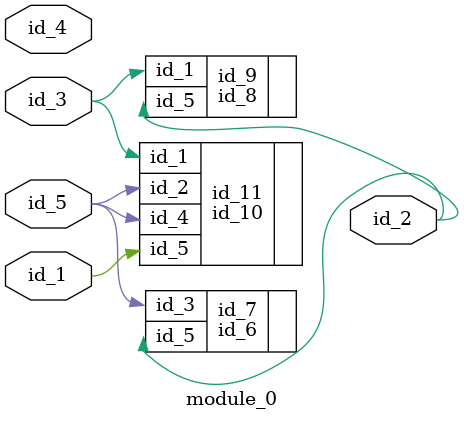
<source format=v>
module module_0 (
    id_1,
    id_2,
    id_3,
    id_4,
    id_5
);
  input id_5;
  input id_4;
  input id_3;
  output id_2;
  input id_1;
  id_6 id_7 (
      .id_5(id_2),
      .id_3(id_5)
  );
  id_8 id_9 (
      .id_5(id_2),
      .id_1(id_3)
  );
  id_10 id_11 (
      .id_5(id_2),
      .id_4(id_7),
      .id_4(id_5),
      .id_1(id_3),
      .id_2(id_7),
      .id_2(id_5),
      .id_5(id_1)
  );
endmodule

</source>
